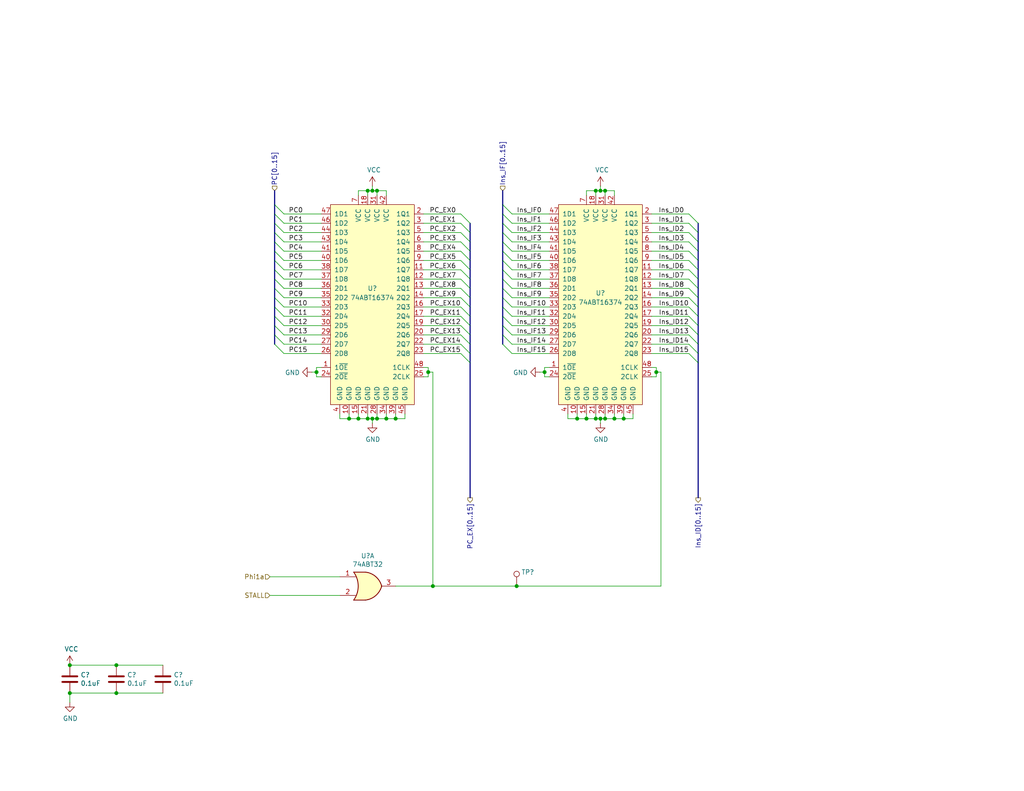
<source format=kicad_sch>
(kicad_sch (version 20250114) (generator "eeschema") (generator_version "9.0")
  (paper "USLetter")
  (title_block (title "IF/ID") (date "2025-07-01") (rev "A") (comment 4 "Interstage pipeline registers between IF and ID"))
  (lib_symbols
    (symbol "Connector:TestPoint" (pin_numbers (hide yes)) (pin_names (offset 0.762) (hide yes))
      (property "Reference" "TP" (at 0 6.858 0))
      (property "Value" "TestPoint" (at 0 5.08 0))
      (symbol "TestPoint_0_1"
        (circle (center 0 3.302) (radius 0.762))
      )
      (symbol "TestPoint_1_1"
        (pin passive line (at 0 0 90) (length 2.54) (name "1") (number "1"))
      )
    )
    (symbol "Device:C" (pin_numbers (hide yes)) (pin_names (offset 0.254))
      (property "Reference" "C" (at 0.635 2.54 0))
      (property "Value" "C" (at 0.635 -2.54 0))
      (symbol "C_0_1"
        (polyline (pts (xy -2.032 0.762) (xy 2.032 0.762)) (stroke (width 0.508)))
        (polyline (pts (xy -2.032 -0.762) (xy 2.032 -0.762)) (stroke (width 0.508)))
      )
      (symbol "C_1_1"
        (pin passive line (at 0 3.81 270) (length 2.794) (name "~") (number "1"))
        (pin passive line (at 0 -3.81 90) (length 2.794) (name "~") (number "2"))
      )
    )
    (symbol "Turtle16:74ABT16374" (pin_names (offset 1.016))
      (symbol "74ABT16374_0_0"
        (pin input line (at -13.97 21.59 0) (length 2.54) (name "1D1") (number "47"))
        (pin input line (at -13.97 19.05 0) (length 2.54) (name "1D2") (number "46"))
        (pin input line (at -13.97 16.51 0) (length 2.54) (name "1D3") (number "44"))
        (pin input line (at -13.97 13.97 0) (length 2.54) (name "1D4") (number "43"))
        (pin input line (at -13.97 11.43 0) (length 2.54) (name "1D5") (number "41"))
        (pin input line (at -13.97 8.89 0) (length 2.54) (name "1D6") (number "40"))
        (pin input line (at -13.97 6.35 0) (length 2.54) (name "1D7") (number "38"))
        (pin input line (at -13.97 3.81 0) (length 2.54) (name "1D8") (number "37"))
        (pin input line (at -13.97 1.27 0) (length 2.54) (name "2D1") (number "36"))
        (pin input line (at -13.97 -1.27 0) (length 2.54) (name "2D2") (number "35"))
        (pin input line (at -13.97 -3.81 0) (length 2.54) (name "2D3") (number "33"))
        (pin input line (at -13.97 -6.35 0) (length 2.54) (name "2D4") (number "32"))
        (pin input line (at -13.97 -8.89 0) (length 2.54) (name "2D5") (number "30"))
        (pin input line (at -13.97 -11.43 0) (length 2.54) (name "2D6") (number "29"))
        (pin input line (at -13.97 -13.97 0) (length 2.54) (name "2D7") (number "27"))
        (pin input line (at -13.97 -16.51 0) (length 2.54) (name "2D8") (number "26"))
        (pin input line (at -13.97 -20.32 0) (length 2.54) (name "1~{OE}") (number "1"))
        (pin input line (at -13.97 -22.86 0) (length 2.54) (name "2~{OE}") (number "24"))
        (pin power_in line (at -8.89 -33.02 90) (length 2.54) (name "GND") (number "4"))
        (pin power_in line (at -6.35 -33.02 90) (length 2.54) (name "GND") (number "10"))
        (pin power_in line (at -3.81 26.67 270) (length 2.54) (name "VCC") (number "7"))
        (pin power_in line (at -3.81 -33.02 90) (length 2.54) (name "GND") (number "15"))
        (pin power_in line (at -1.27 26.67 270) (length 2.54) (name "VCC") (number "18"))
        (pin power_in line (at -1.27 -33.02 90) (length 2.54) (name "GND") (number "21"))
        (pin power_in line (at 1.27 26.67 270) (length 2.54) (name "VCC") (number "31"))
        (pin power_in line (at 1.27 -33.02 90) (length 2.54) (name "GND") (number "28"))
        (pin power_in line (at 3.81 26.67 270) (length 2.54) (name "VCC") (number "42"))
        (pin power_in line (at 3.81 -33.02 90) (length 2.54) (name "GND") (number "34"))
        (pin power_in line (at 6.35 -33.02 90) (length 2.54) (name "GND") (number "39"))
        (pin power_in line (at 8.89 -33.02 90) (length 2.54) (name "GND") (number "45"))
        (pin tri_state line (at 13.97 21.59 180) (length 2.54) (name "1Q1") (number "2"))
        (pin tri_state line (at 13.97 19.05 180) (length 2.54) (name "1Q2") (number "3"))
        (pin tri_state line (at 13.97 16.51 180) (length 2.54) (name "1Q3") (number "5"))
        (pin tri_state line (at 13.97 13.97 180) (length 2.54) (name "1Q4") (number "6"))
        (pin tri_state line (at 13.97 11.43 180) (length 2.54) (name "1Q5") (number "8"))
        (pin tri_state line (at 13.97 8.89 180) (length 2.54) (name "1Q6") (number "9"))
        (pin tri_state line (at 13.97 6.35 180) (length 2.54) (name "1Q7") (number "11"))
        (pin tri_state line (at 13.97 3.81 180) (length 2.54) (name "1Q8") (number "12"))
        (pin tri_state line (at 13.97 1.27 180) (length 2.54) (name "2Q1") (number "13"))
        (pin tri_state line (at 13.97 -1.27 180) (length 2.54) (name "2Q2") (number "14"))
        (pin tri_state line (at 13.97 -3.81 180) (length 2.54) (name "2Q3") (number "16"))
        (pin tri_state line (at 13.97 -6.35 180) (length 2.54) (name "2Q4") (number "17"))
        (pin tri_state line (at 13.97 -8.89 180) (length 2.54) (name "2Q5") (number "19"))
        (pin tri_state line (at 13.97 -11.43 180) (length 2.54) (name "2Q6") (number "20"))
        (pin tri_state line (at 13.97 -13.97 180) (length 2.54) (name "2Q7") (number "22"))
        (pin tri_state line (at 13.97 -16.51 180) (length 2.54) (name "2Q8") (number "23"))
        (pin input line (at 13.97 -20.32 180) (length 2.54) (name "1CLK") (number "48"))
        (pin input line (at 13.97 -22.86 180) (length 2.54) (name "2CLK") (number "25"))
      )
      (symbol "74ABT16374_0_1"
        (rectangle (start -11.43 24.13) (end 11.43 -30.48) (fill (type background)))
      )
    )
    (symbol "Turtle16:74ABT32" (pin_names (offset 1.016))
      (property "Reference" "U" (at 0 1.27 0))
      (property "Value" "74ABT32" (at 0 -1.27 0))
      (symbol "74ABT32_1_1"
        (arc (start -3.81 3.81) (mid -2.589 0) (end -3.81 -3.81) (stroke (width 0.254)))
        (polyline (pts (xy -3.81 3.81) (xy -0.635 3.81)) (stroke (width 0.254)) (fill (type background)))
        (polyline (pts (xy -3.81 -3.81) (xy -0.635 -3.81)) (stroke (width 0.254)) (fill (type background)))
        (arc (start 3.81 0) (mid 2.1855 -2.584) (end -0.6096 -3.81) (stroke (width 0.254)) (fill (type background)))
        (arc (start -0.6096 3.81) (mid 2.1928 2.5924) (end 3.81 0) (stroke (width 0.254)) (fill (type background)))
        (polyline (pts (xy -0.635 3.81) (xy -3.81 3.81) (xy -3.81 3.81) (xy -3.556 3.4036) (xy -3.0226 2.2606) (xy -2.6924 1.0414) (xy -2.6162 -0.254) (xy -2.7686 -1.4986) (xy -3.175 -2.7178) (xy -3.81 -3.81) (xy -3.81 -3.81) (xy -0.635 -3.81)) (stroke (width -25.4)) (fill (type background)))
        (pin input line (at -7.62 2.54 0) (length 4.318) (name "~") (number "1"))
        (pin input line (at -7.62 -2.54 0) (length 4.318) (name "~") (number "2"))
        (pin output line (at 7.62 0 180) (length 3.81) (name "~") (number "3"))
      )
      (symbol "74ABT32_1_2"
        (arc (start 0 3.81) (mid 3.7934 0) (end 0 -3.81) (stroke (width 0.254)) (fill (type background)))
        (polyline (pts (xy 0 3.81) (xy -3.81 3.81) (xy -3.81 -3.81) (xy 0 -3.81)) (stroke (width 0.254)) (fill (type background)))
        (pin input inverted (at -7.62 2.54 0) (length 3.81) (name "~") (number "1"))
        (pin input inverted (at -7.62 -2.54 0) (length 3.81) (name "~") (number "2"))
        (pin output inverted (at 7.62 0 180) (length 3.81) (name "~") (number "3"))
      )
      (symbol "74ABT32_2_1"
        (arc (start -3.81 3.81) (mid -2.589 0) (end -3.81 -3.81) (stroke (width 0.254)))
        (polyline (pts (xy -3.81 3.81) (xy -0.635 3.81)) (stroke (width 0.254)) (fill (type background)))
        (polyline (pts (xy -3.81 -3.81) (xy -0.635 -3.81)) (stroke (width 0.254)) (fill (type background)))
        (arc (start 3.81 0) (mid 2.1855 -2.584) (end -0.6096 -3.81) (stroke (width 0.254)) (fill (type background)))
        (arc (start -0.6096 3.81) (mid 2.1928 2.5924) (end 3.81 0) (stroke (width 0.254)) (fill (type background)))
        (polyline (pts (xy -0.635 3.81) (xy -3.81 3.81) (xy -3.81 3.81) (xy -3.556 3.4036) (xy -3.0226 2.2606) (xy -2.6924 1.0414) (xy -2.6162 -0.254) (xy -2.7686 -1.4986) (xy -3.175 -2.7178) (xy -3.81 -3.81) (xy -3.81 -3.81) (xy -0.635 -3.81)) (stroke (width -25.4)) (fill (type background)))
        (pin input line (at -7.62 2.54 0) (length 4.318) (name "~") (number "4"))
        (pin input line (at -7.62 -2.54 0) (length 4.318) (name "~") (number "5"))
        (pin output line (at 7.62 0 180) (length 3.81) (name "~") (number "6"))
      )
      (symbol "74ABT32_2_2"
        (arc (start 0 3.81) (mid 3.7934 0) (end 0 -3.81) (stroke (width 0.254)) (fill (type background)))
        (polyline (pts (xy 0 3.81) (xy -3.81 3.81) (xy -3.81 -3.81) (xy 0 -3.81)) (stroke (width 0.254)) (fill (type background)))
        (pin input inverted (at -7.62 2.54 0) (length 3.81) (name "~") (number "4"))
        (pin input inverted (at -7.62 -2.54 0) (length 3.81) (name "~") (number "5"))
        (pin output inverted (at 7.62 0 180) (length 3.81) (name "~") (number "6"))
      )
      (symbol "74ABT32_3_1"
        (arc (start -3.81 3.81) (mid -2.589 0) (end -3.81 -3.81) (stroke (width 0.254)))
        (polyline (pts (xy -3.81 3.81) (xy -0.635 3.81)) (stroke (width 0.254)) (fill (type background)))
        (polyline (pts (xy -3.81 -3.81) (xy -0.635 -3.81)) (stroke (width 0.254)) (fill (type background)))
        (arc (start 3.81 0) (mid 2.1855 -2.584) (end -0.6096 -3.81) (stroke (width 0.254)) (fill (type background)))
        (arc (start -0.6096 3.81) (mid 2.1928 2.5924) (end 3.81 0) (stroke (width 0.254)) (fill (type background)))
        (polyline (pts (xy -0.635 3.81) (xy -3.81 3.81) (xy -3.81 3.81) (xy -3.556 3.4036) (xy -3.0226 2.2606) (xy -2.6924 1.0414) (xy -2.6162 -0.254) (xy -2.7686 -1.4986) (xy -3.175 -2.7178) (xy -3.81 -3.81) (xy -3.81 -3.81) (xy -0.635 -3.81)) (stroke (width -25.4)) (fill (type background)))
        (pin input line (at -7.62 2.54 0) (length 4.318) (name "~") (number "9"))
        (pin input line (at -7.62 -2.54 0) (length 4.318) (name "~") (number "10"))
        (pin output line (at 7.62 0 180) (length 3.81) (name "~") (number "8"))
      )
      (symbol "74ABT32_3_2"
        (arc (start 0 3.81) (mid 3.7934 0) (end 0 -3.81) (stroke (width 0.254)) (fill (type background)))
        (polyline (pts (xy 0 3.81) (xy -3.81 3.81) (xy -3.81 -3.81) (xy 0 -3.81)) (stroke (width 0.254)) (fill (type background)))
        (pin input inverted (at -7.62 2.54 0) (length 3.81) (name "~") (number "9"))
        (pin input inverted (at -7.62 -2.54 0) (length 3.81) (name "~") (number "10"))
        (pin output inverted (at 7.62 0 180) (length 3.81) (name "~") (number "8"))
      )
      (symbol "74ABT32_4_1"
        (arc (start -3.81 3.81) (mid -2.589 0) (end -3.81 -3.81) (stroke (width 0.254)))
        (polyline (pts (xy -3.81 3.81) (xy -0.635 3.81)) (stroke (width 0.254)) (fill (type background)))
        (polyline (pts (xy -3.81 -3.81) (xy -0.635 -3.81)) (stroke (width 0.254)) (fill (type background)))
        (arc (start 3.81 0) (mid 2.1855 -2.584) (end -0.6096 -3.81) (stroke (width 0.254)) (fill (type background)))
        (arc (start -0.6096 3.81) (mid 2.1928 2.5924) (end 3.81 0) (stroke (width 0.254)) (fill (type background)))
        (polyline (pts (xy -0.635 3.81) (xy -3.81 3.81) (xy -3.81 3.81) (xy -3.556 3.4036) (xy -3.0226 2.2606) (xy -2.6924 1.0414) (xy -2.6162 -0.254) (xy -2.7686 -1.4986) (xy -3.175 -2.7178) (xy -3.81 -3.81) (xy -3.81 -3.81) (xy -0.635 -3.81)) (stroke (width -25.4)) (fill (type background)))
        (pin input line (at -7.62 2.54 0) (length 4.318) (name "~") (number "12"))
        (pin input line (at -7.62 -2.54 0) (length 4.318) (name "~") (number "13"))
        (pin output line (at 7.62 0 180) (length 3.81) (name "~") (number "11"))
      )
      (symbol "74ABT32_4_2"
        (arc (start 0 3.81) (mid 3.7934 0) (end 0 -3.81) (stroke (width 0.254)) (fill (type background)))
        (polyline (pts (xy 0 3.81) (xy -3.81 3.81) (xy -3.81 -3.81) (xy 0 -3.81)) (stroke (width 0.254)) (fill (type background)))
        (pin input inverted (at -7.62 2.54 0) (length 3.81) (name "~") (number "12"))
        (pin input inverted (at -7.62 -2.54 0) (length 3.81) (name "~") (number "13"))
        (pin output inverted (at 7.62 0 180) (length 3.81) (name "~") (number "11"))
      )
      (symbol "74ABT32_5_0"
        (pin power_in line (at 0 12.7 270) (length 5.08) (name "VCC") (number "14"))
        (pin power_in line (at 0 -12.7 90) (length 5.08) (name "GND") (number "7"))
      )
      (symbol "74ABT32_5_1"
        (rectangle (start -5.08 7.62) (end 5.08 -7.62) (stroke (width 0.254)) (fill (type background)))
      )
    )
    (symbol "power:GND" (power) (pin_numbers (hide yes)) (pin_names (offset 0) (hide yes))
      (property "Value" "GND" (at 0 -3.81 0))
      (symbol "GND_0_1"
        (polyline (pts (xy 0 0) (xy 0 -1.27) (xy 1.27 -1.27) (xy 0 -2.54) (xy -1.27 -1.27) (xy 0 -1.27)))
      )
      (symbol "GND_1_1"
        (pin power_in line (at 0 0 270) (length 0) (name "~") (number "1"))
      )
    )
    (symbol "power:VCC" (power) (pin_numbers (hide yes)) (pin_names (offset 0) (hide yes))
      (property "Value" "VCC" (at 0 3.556 0))
      (symbol "VCC_0_1"
        (polyline (pts (xy -0.762 1.27) (xy 0 2.54)))
        (polyline (pts (xy 0 2.54) (xy 0.762 1.27)))
        (polyline (pts (xy 0 0) (xy 0 2.54)))
      )
      (symbol "VCC_1_1"
        (pin power_in line (at 0 0 90) (length 0) (name "~") (number "1"))
      )
    )
  )
  (junction (at 163.83 52.07))
  (junction (at 95.25 114.3))
  (junction (at 157.48 114.3))
  (junction (at 102.87 114.3))
  (junction (at 170.18 114.3))
  (junction (at 100.33 52.07))
  (junction (at 116.84 101.6))
  (junction (at 118.11 160.02))
  (junction (at 102.87 52.07))
  (junction (at 105.41 114.3))
  (junction (at 165.1 52.07))
  (junction (at 163.83 114.3))
  (junction (at 179.07 101.6))
  (junction (at 165.1 114.3))
  (junction (at 86.36 101.6))
  (junction (at 101.6 114.3))
  (junction (at 140.97 160.02))
  (junction (at 148.59 101.6))
  (junction (at 160.02 114.3))
  (junction (at 97.79 114.3))
  (junction (at 162.56 114.3))
  (junction (at 107.95 114.3))
  (junction (at 31.75 189.23))
  (junction (at 162.56 52.07))
  (junction (at 19.05 189.23))
  (junction (at 101.6 52.07))
  (junction (at 100.33 114.3))
  (junction (at 19.05 181.61))
  (junction (at 31.75 181.61))
  (junction (at 167.64 114.3))
  (bus_entry (at 74.93 68.58) (size 2.54 2.54))
  (bus_entry (at 125.73 88.9) (size 2.54 2.54))
  (bus_entry (at 137.16 63.5) (size 2.54 2.54))
  (bus_entry (at 74.93 86.36) (size 2.54 2.54))
  (bus_entry (at 137.16 76.2) (size 2.54 2.54))
  (bus_entry (at 74.93 63.5) (size 2.54 2.54))
  (bus_entry (at 125.73 66.04) (size 2.54 2.54))
  (bus_entry (at 74.93 93.98) (size 2.54 2.54))
  (bus_entry (at 74.93 66.04) (size 2.54 2.54))
  (bus_entry (at 137.16 71.12) (size 2.54 2.54))
  (bus_entry (at 74.93 55.88) (size 2.54 2.54))
  (bus_entry (at 187.96 63.5) (size 2.54 2.54))
  (bus_entry (at 187.96 78.74) (size 2.54 2.54))
  (bus_entry (at 125.73 73.66) (size 2.54 2.54))
  (bus_entry (at 187.96 68.58) (size 2.54 2.54))
  (bus_entry (at 125.73 96.52) (size 2.54 2.54))
  (bus_entry (at 125.73 58.42) (size 2.54 2.54))
  (bus_entry (at 137.16 81.28) (size 2.54 2.54))
  (bus_entry (at 187.96 93.98) (size 2.54 2.54))
  (bus_entry (at 125.73 91.44) (size 2.54 2.54))
  (bus_entry (at 137.16 55.88) (size 2.54 2.54))
  (bus_entry (at 125.73 71.12) (size 2.54 2.54))
  (bus_entry (at 137.16 60.96) (size 2.54 2.54))
  (bus_entry (at 74.93 58.42) (size 2.54 2.54))
  (bus_entry (at 137.16 83.82) (size 2.54 2.54))
  (bus_entry (at 125.73 76.2) (size 2.54 2.54))
  (bus_entry (at 125.73 78.74) (size 2.54 2.54))
  (bus_entry (at 125.73 81.28) (size 2.54 2.54))
  (bus_entry (at 137.16 66.04) (size 2.54 2.54))
  (bus_entry (at 74.93 60.96) (size 2.54 2.54))
  (bus_entry (at 137.16 88.9) (size 2.54 2.54))
  (bus_entry (at 74.93 91.44) (size 2.54 2.54))
  (bus_entry (at 187.96 66.04) (size 2.54 2.54))
  (bus_entry (at 137.16 91.44) (size 2.54 2.54))
  (bus_entry (at 125.73 68.58) (size 2.54 2.54))
  (bus_entry (at 187.96 96.52) (size 2.54 2.54))
  (bus_entry (at 187.96 58.42) (size 2.54 2.54))
  (bus_entry (at 137.16 58.42) (size 2.54 2.54))
  (bus_entry (at 137.16 73.66) (size 2.54 2.54))
  (bus_entry (at 187.96 86.36) (size 2.54 2.54))
  (bus_entry (at 187.96 71.12) (size 2.54 2.54))
  (bus_entry (at 74.93 81.28) (size 2.54 2.54))
  (bus_entry (at 74.93 73.66) (size 2.54 2.54))
  (bus_entry (at 137.16 78.74) (size 2.54 2.54))
  (bus_entry (at 187.96 88.9) (size 2.54 2.54))
  (bus_entry (at 74.93 76.2) (size 2.54 2.54))
  (bus_entry (at 187.96 91.44) (size 2.54 2.54))
  (bus_entry (at 137.16 68.58) (size 2.54 2.54))
  (bus_entry (at 187.96 76.2) (size 2.54 2.54))
  (bus_entry (at 74.93 78.74) (size 2.54 2.54))
  (bus_entry (at 74.93 88.9) (size 2.54 2.54))
  (bus_entry (at 137.16 86.36) (size 2.54 2.54))
  (bus_entry (at 187.96 73.66) (size 2.54 2.54))
  (bus_entry (at 137.16 93.98) (size 2.54 2.54))
  (bus_entry (at 125.73 93.98) (size 2.54 2.54))
  (bus_entry (at 74.93 71.12) (size 2.54 2.54))
  (bus_entry (at 187.96 81.28) (size 2.54 2.54))
  (bus_entry (at 125.73 63.5) (size 2.54 2.54))
  (bus_entry (at 125.73 83.82) (size 2.54 2.54))
  (bus_entry (at 125.73 60.96) (size 2.54 2.54))
  (bus_entry (at 187.96 83.82) (size 2.54 2.54))
  (bus_entry (at 74.93 83.82) (size 2.54 2.54))
  (bus_entry (at 125.73 86.36) (size 2.54 2.54))
  (bus_entry (at 187.96 60.96) (size 2.54 2.54))
  (wire (pts (xy 139.7 66.04) (xy 149.86 66.04)))
  (wire (pts (xy 187.96 93.98) (xy 177.8 93.98)))
  (wire (pts (xy 139.7 73.66) (xy 149.86 73.66)))
  (wire (pts (xy 187.96 68.58) (xy 177.8 68.58)))
  (wire (pts (xy 179.07 101.6) (xy 180.34 101.6)))
  (bus (pts (xy 74.93 91.44) (xy 74.93 93.98)))
  (bus (pts (xy 128.27 73.66) (xy 128.27 76.2)))
  (wire (pts (xy 160.02 113.03) (xy 160.02 114.3)))
  (wire (pts (xy 125.73 60.96) (xy 115.57 60.96)))
  (wire (pts (xy 187.96 88.9) (xy 177.8 88.9)))
  (wire (pts (xy 101.6 114.3) (xy 102.87 114.3)))
  (bus (pts (xy 137.16 76.2) (xy 137.16 78.74)))
  (bus (pts (xy 128.27 83.82) (xy 128.27 86.36)))
  (wire (pts (xy 187.96 58.42) (xy 177.8 58.42)))
  (wire (pts (xy 100.33 113.03) (xy 100.33 114.3)))
  (bus (pts (xy 74.93 66.04) (xy 74.93 68.58)))
  (wire (pts (xy 97.79 113.03) (xy 97.79 114.3)))
  (wire (pts (xy 31.75 189.23) (xy 19.05 189.23)))
  (bus (pts (xy 190.5 68.58) (xy 190.5 71.12)))
  (wire (pts (xy 187.96 83.82) (xy 177.8 83.82)))
  (bus (pts (xy 137.16 52.07) (xy 137.16 55.88)))
  (bus (pts (xy 137.16 63.5) (xy 137.16 66.04)))
  (wire (pts (xy 139.7 76.2) (xy 149.86 76.2)))
  (wire (pts (xy 165.1 113.03) (xy 165.1 114.3)))
  (bus (pts (xy 137.16 66.04) (xy 137.16 68.58)))
  (bus (pts (xy 74.93 68.58) (xy 74.93 71.12)))
  (bus (pts (xy 190.5 78.74) (xy 190.5 81.28)))
  (bus (pts (xy 190.5 71.12) (xy 190.5 73.66)))
  (wire (pts (xy 163.83 114.3) (xy 163.83 115.57)))
  (wire (pts (xy 77.47 60.96) (xy 87.63 60.96)))
  (wire (pts (xy 77.47 68.58) (xy 87.63 68.58)))
  (wire (pts (xy 187.96 81.28) (xy 177.8 81.28)))
  (bus (pts (xy 137.16 58.42) (xy 137.16 60.96)))
  (bus (pts (xy 137.16 55.88) (xy 137.16 58.42)))
  (wire (pts (xy 157.48 114.3) (xy 160.02 114.3)))
  (wire (pts (xy 125.73 96.52) (xy 115.57 96.52)))
  (wire (pts (xy 77.47 86.36) (xy 87.63 86.36)))
  (wire (pts (xy 105.41 114.3) (xy 107.95 114.3)))
  (bus (pts (xy 74.93 55.88) (xy 74.93 58.42)))
  (bus (pts (xy 74.93 71.12) (xy 74.93 73.66)))
  (wire (pts (xy 157.48 113.03) (xy 157.48 114.3)))
  (wire (pts (xy 148.59 100.33) (xy 148.59 101.6)))
  (wire (pts (xy 179.07 101.6) (xy 179.07 102.87)))
  (wire (pts (xy 148.59 101.6) (xy 147.32 101.6)))
  (wire (pts (xy 102.87 114.3) (xy 105.41 114.3)))
  (wire (pts (xy 163.83 114.3) (xy 165.1 114.3)))
  (wire (pts (xy 125.73 78.74) (xy 115.57 78.74)))
  (wire (pts (xy 125.73 93.98) (xy 115.57 93.98)))
  (bus (pts (xy 190.5 93.98) (xy 190.5 96.52)))
  (wire (pts (xy 160.02 52.07) (xy 162.56 52.07)))
  (bus (pts (xy 128.27 78.74) (xy 128.27 81.28)))
  (wire (pts (xy 77.47 66.04) (xy 87.63 66.04)))
  (wire (pts (xy 165.1 52.07) (xy 167.64 52.07)))
  (wire (pts (xy 92.71 114.3) (xy 95.25 114.3)))
  (wire (pts (xy 139.7 83.82) (xy 149.86 83.82)))
  (wire (pts (xy 116.84 100.33) (xy 116.84 101.6)))
  (bus (pts (xy 137.16 83.82) (xy 137.16 86.36)))
  (wire (pts (xy 187.96 63.5) (xy 177.8 63.5)))
  (wire (pts (xy 92.71 162.56) (xy 73.66 162.56)))
  (bus (pts (xy 74.93 63.5) (xy 74.93 66.04)))
  (bus (pts (xy 137.16 71.12) (xy 137.16 73.66)))
  (wire (pts (xy 77.47 78.74) (xy 87.63 78.74)))
  (wire (pts (xy 139.7 68.58) (xy 149.86 68.58)))
  (bus (pts (xy 128.27 96.52) (xy 128.27 99.06)))
  (wire (pts (xy 97.79 53.34) (xy 97.79 52.07)))
  (bus (pts (xy 137.16 60.96) (xy 137.16 63.5)))
  (wire (pts (xy 116.84 101.6) (xy 118.11 101.6)))
  (wire (pts (xy 163.83 50.8) (xy 163.83 52.07)))
  (wire (pts (xy 163.83 52.07) (xy 165.1 52.07)))
  (wire (pts (xy 100.33 53.34) (xy 100.33 52.07)))
  (bus (pts (xy 74.93 86.36) (xy 74.93 88.9)))
  (wire (pts (xy 100.33 52.07) (xy 101.6 52.07)))
  (wire (pts (xy 77.47 71.12) (xy 87.63 71.12)))
  (wire (pts (xy 31.75 181.61) (xy 44.45 181.61)))
  (bus (pts (xy 137.16 73.66) (xy 137.16 76.2)))
  (wire (pts (xy 125.73 81.28) (xy 115.57 81.28)))
  (bus (pts (xy 74.93 88.9) (xy 74.93 91.44)))
  (wire (pts (xy 139.7 58.42) (xy 149.86 58.42)))
  (wire (pts (xy 125.73 88.9) (xy 115.57 88.9)))
  (wire (pts (xy 110.49 114.3) (xy 110.49 113.03)))
  (bus (pts (xy 74.93 58.42) (xy 74.93 60.96)))
  (wire (pts (xy 77.47 58.42) (xy 87.63 58.42)))
  (wire (pts (xy 165.1 53.34) (xy 165.1 52.07)))
  (wire (pts (xy 149.86 100.33) (xy 148.59 100.33)))
  (bus (pts (xy 128.27 60.96) (xy 128.27 63.5)))
  (wire (pts (xy 125.73 58.42) (xy 115.57 58.42)))
  (bus (pts (xy 74.93 78.74) (xy 74.93 81.28)))
  (wire (pts (xy 187.96 96.52) (xy 177.8 96.52)))
  (wire (pts (xy 77.47 83.82) (xy 87.63 83.82)))
  (bus (pts (xy 190.5 73.66) (xy 190.5 76.2)))
  (wire (pts (xy 101.6 50.8) (xy 101.6 52.07)))
  (wire (pts (xy 139.7 81.28) (xy 149.86 81.28)))
  (wire (pts (xy 97.79 114.3) (xy 100.33 114.3)))
  (bus (pts (xy 190.5 91.44) (xy 190.5 93.98)))
  (bus (pts (xy 128.27 71.12) (xy 128.27 73.66)))
  (bus (pts (xy 128.27 86.36) (xy 128.27 88.9)))
  (bus (pts (xy 190.5 88.9) (xy 190.5 91.44)))
  (wire (pts (xy 77.47 81.28) (xy 87.63 81.28)))
  (wire (pts (xy 140.97 160.02) (xy 180.34 160.02)))
  (wire (pts (xy 100.33 114.3) (xy 101.6 114.3)))
  (wire (pts (xy 139.7 86.36) (xy 149.86 86.36)))
  (bus (pts (xy 128.27 99.06) (xy 128.27 135.89)))
  (wire (pts (xy 139.7 91.44) (xy 149.86 91.44)))
  (wire (pts (xy 101.6 114.3) (xy 101.6 115.57)))
  (bus (pts (xy 190.5 76.2) (xy 190.5 78.74)))
  (wire (pts (xy 148.59 102.87) (xy 149.86 102.87)))
  (wire (pts (xy 162.56 114.3) (xy 163.83 114.3)))
  (wire (pts (xy 125.73 86.36) (xy 115.57 86.36)))
  (wire (pts (xy 170.18 114.3) (xy 172.72 114.3)))
  (wire (pts (xy 125.73 66.04) (xy 115.57 66.04)))
  (wire (pts (xy 187.96 71.12) (xy 177.8 71.12)))
  (wire (pts (xy 86.36 102.87) (xy 87.63 102.87)))
  (wire (pts (xy 86.36 100.33) (xy 86.36 101.6)))
  (wire (pts (xy 139.7 96.52) (xy 149.86 96.52)))
  (wire (pts (xy 187.96 76.2) (xy 177.8 76.2)))
  (wire (pts (xy 154.94 113.03) (xy 154.94 114.3)))
  (bus (pts (xy 137.16 81.28) (xy 137.16 83.82)))
  (wire (pts (xy 139.7 88.9) (xy 149.86 88.9)))
  (bus (pts (xy 137.16 88.9) (xy 137.16 91.44)))
  (wire (pts (xy 125.73 63.5) (xy 115.57 63.5)))
  (wire (pts (xy 167.64 113.03) (xy 167.64 114.3)))
  (wire (pts (xy 77.47 76.2) (xy 87.63 76.2)))
  (wire (pts (xy 187.96 86.36) (xy 177.8 86.36)))
  (wire (pts (xy 86.36 101.6) (xy 86.36 102.87)))
  (wire (pts (xy 125.73 68.58) (xy 115.57 68.58)))
  (wire (pts (xy 187.96 66.04) (xy 177.8 66.04)))
  (wire (pts (xy 77.47 96.52) (xy 87.63 96.52)))
  (wire (pts (xy 167.64 114.3) (xy 170.18 114.3)))
  (bus (pts (xy 128.27 93.98) (xy 128.27 96.52)))
  (wire (pts (xy 118.11 160.02) (xy 140.97 160.02)))
  (wire (pts (xy 97.79 52.07) (xy 100.33 52.07)))
  (bus (pts (xy 137.16 68.58) (xy 137.16 71.12)))
  (wire (pts (xy 180.34 160.02) (xy 180.34 101.6)))
  (wire (pts (xy 92.71 113.03) (xy 92.71 114.3)))
  (wire (pts (xy 95.25 113.03) (xy 95.25 114.3)))
  (bus (pts (xy 190.5 63.5) (xy 190.5 66.04)))
  (bus (pts (xy 190.5 81.28) (xy 190.5 83.82)))
  (wire (pts (xy 125.73 76.2) (xy 115.57 76.2)))
  (wire (pts (xy 139.7 93.98) (xy 149.86 93.98)))
  (wire (pts (xy 77.47 91.44) (xy 87.63 91.44)))
  (bus (pts (xy 74.93 73.66) (xy 74.93 76.2)))
  (bus (pts (xy 190.5 86.36) (xy 190.5 88.9)))
  (bus (pts (xy 190.5 60.96) (xy 190.5 63.5)))
  (wire (pts (xy 101.6 52.07) (xy 102.87 52.07)))
  (wire (pts (xy 92.71 157.48) (xy 73.66 157.48)))
  (wire (pts (xy 125.73 83.82) (xy 115.57 83.82)))
  (bus (pts (xy 128.27 81.28) (xy 128.27 83.82)))
  (wire (pts (xy 115.57 100.33) (xy 116.84 100.33)))
  (wire (pts (xy 179.07 102.87) (xy 177.8 102.87)))
  (wire (pts (xy 77.47 63.5) (xy 87.63 63.5)))
  (bus (pts (xy 128.27 76.2) (xy 128.27 78.74)))
  (bus (pts (xy 128.27 66.04) (xy 128.27 68.58)))
  (wire (pts (xy 187.96 91.44) (xy 177.8 91.44)))
  (bus (pts (xy 190.5 66.04) (xy 190.5 68.58)))
  (wire (pts (xy 102.87 52.07) (xy 105.41 52.07)))
  (wire (pts (xy 125.73 91.44) (xy 115.57 91.44)))
  (wire (pts (xy 107.95 114.3) (xy 110.49 114.3)))
  (wire (pts (xy 107.95 113.03) (xy 107.95 114.3)))
  (bus (pts (xy 137.16 91.44) (xy 137.16 93.98)))
  (wire (pts (xy 139.7 71.12) (xy 149.86 71.12)))
  (wire (pts (xy 172.72 114.3) (xy 172.72 113.03)))
  (wire (pts (xy 187.96 73.66) (xy 177.8 73.66)))
  (wire (pts (xy 19.05 181.61) (xy 31.75 181.61)))
  (wire (pts (xy 77.47 88.9) (xy 87.63 88.9)))
  (wire (pts (xy 86.36 101.6) (xy 85.09 101.6)))
  (bus (pts (xy 190.5 83.82) (xy 190.5 86.36)))
  (bus (pts (xy 128.27 91.44) (xy 128.27 93.98)))
  (bus (pts (xy 137.16 86.36) (xy 137.16 88.9)))
  (wire (pts (xy 148.59 101.6) (xy 148.59 102.87)))
  (wire (pts (xy 167.64 52.07) (xy 167.64 53.34)))
  (wire (pts (xy 118.11 160.02) (xy 107.95 160.02)))
  (wire (pts (xy 187.96 78.74) (xy 177.8 78.74)))
  (wire (pts (xy 125.73 71.12) (xy 115.57 71.12)))
  (wire (pts (xy 77.47 93.98) (xy 87.63 93.98)))
  (wire (pts (xy 139.7 60.96) (xy 149.86 60.96)))
  (wire (pts (xy 95.25 114.3) (xy 97.79 114.3)))
  (wire (pts (xy 160.02 114.3) (xy 162.56 114.3)))
  (wire (pts (xy 179.07 100.33) (xy 179.07 101.6)))
  (wire (pts (xy 187.96 60.96) (xy 177.8 60.96)))
  (wire (pts (xy 139.7 78.74) (xy 149.86 78.74)))
  (bus (pts (xy 137.16 78.74) (xy 137.16 81.28)))
  (bus (pts (xy 74.93 81.28) (xy 74.93 83.82)))
  (wire (pts (xy 102.87 53.34) (xy 102.87 52.07)))
  (wire (pts (xy 139.7 63.5) (xy 149.86 63.5)))
  (wire (pts (xy 160.02 53.34) (xy 160.02 52.07)))
  (wire (pts (xy 162.56 53.34) (xy 162.56 52.07)))
  (bus (pts (xy 128.27 63.5) (xy 128.27 66.04)))
  (wire (pts (xy 165.1 114.3) (xy 167.64 114.3)))
  (bus (pts (xy 128.27 88.9) (xy 128.27 91.44)))
  (wire (pts (xy 87.63 100.33) (xy 86.36 100.33)))
  (wire (pts (xy 162.56 113.03) (xy 162.56 114.3)))
  (bus (pts (xy 190.5 96.52) (xy 190.5 99.06)))
  (bus (pts (xy 74.93 52.07) (xy 74.93 55.88)))
  (bus (pts (xy 190.5 99.06) (xy 190.5 135.89)))
  (bus (pts (xy 74.93 60.96) (xy 74.93 63.5)))
  (wire (pts (xy 125.73 73.66) (xy 115.57 73.66)))
  (wire (pts (xy 105.41 52.07) (xy 105.41 53.34)))
  (wire (pts (xy 170.18 113.03) (xy 170.18 114.3)))
  (wire (pts (xy 177.8 100.33) (xy 179.07 100.33)))
  (wire (pts (xy 162.56 52.07) (xy 163.83 52.07)))
  (bus (pts (xy 74.93 83.82) (xy 74.93 86.36)))
  (wire (pts (xy 19.05 191.77) (xy 19.05 189.23)))
  (wire (pts (xy 116.84 101.6) (xy 116.84 102.87)))
  (wire (pts (xy 118.11 101.6) (xy 118.11 160.02)))
  (bus (pts (xy 128.27 68.58) (xy 128.27 71.12)))
  (wire (pts (xy 116.84 102.87) (xy 115.57 102.87)))
  (wire (pts (xy 44.45 189.23) (xy 31.75 189.23)))
  (wire (pts (xy 102.87 113.03) (xy 102.87 114.3)))
  (wire (pts (xy 105.41 113.03) (xy 105.41 114.3)))
  (wire (pts (xy 154.94 114.3) (xy 157.48 114.3)))
  (wire (pts (xy 77.47 73.66) (xy 87.63 73.66)))
  (bus (pts (xy 74.93 76.2) (xy 74.93 78.74)))
  (label "Ins_IF3" (at 140.97 66.04 0))
  (label "Ins_IF4" (at 140.97 68.58 0))
  (label "PC_EX1" (at 124.46 60.96 180))
  (label "Ins_ID3" (at 186.69 66.04 180))
  (label "PC_EX13" (at 125.73 91.44 180))
  (label "PC6" (at 78.74 73.66 0))
  (label "PC_EX7" (at 124.46 76.2 180))
  (label "PC_EX8" (at 124.46 78.74 180))
  (label "PC_EX5" (at 124.46 71.12 180))
  (label "PC10" (at 78.74 83.82 0))
  (label "Ins_ID0" (at 186.69 58.42 180))
  (label "Ins_IF9" (at 140.97 81.28 0))
  (label "Ins_IF1" (at 140.97 60.96 0))
  (label "PC_EX2" (at 124.46 63.5 180))
  (label "Ins_IF8" (at 140.97 78.74 0))
  (label "Ins_ID6" (at 186.69 73.66 180))
  (label "PC_EX15" (at 125.73 96.52 180))
  (label "PC_EX12" (at 125.73 88.9 180))
  (label "PC13" (at 78.74 91.44 0))
  (label "PC_EX6" (at 124.46 73.66 180))
  (label "Ins_ID2" (at 186.69 63.5 180))
  (label "PC9" (at 78.74 81.28 0))
  (label "PC3" (at 78.74 66.04 0))
  (label "Ins_IF13" (at 140.97 91.44 0))
  (label "PC12" (at 78.74 88.9 0))
  (label "Ins_ID15" (at 187.96 96.52 180))
  (label "PC8" (at 78.74 78.74 0))
  (label "Ins_ID11" (at 187.96 86.36 180))
  (label "PC2" (at 78.74 63.5 0))
  (label "Ins_ID9" (at 186.69 81.28 180))
  (label "Ins_ID7" (at 186.69 76.2 180))
  (label "Ins_IF6" (at 140.97 73.66 0))
  (label "Ins_IF12" (at 140.97 88.9 0))
  (label "PC11" (at 78.74 86.36 0))
  (label "PC7" (at 78.74 76.2 0))
  (label "PC0" (at 78.74 58.42 0))
  (label "Ins_ID14" (at 187.96 93.98 180))
  (label "PC1" (at 78.74 60.96 0))
  (label "Ins_ID10" (at 187.96 83.82 180))
  (label "PC_EX4" (at 124.46 68.58 180))
  (label "Ins_IF11" (at 140.97 86.36 0))
  (label "Ins_ID5" (at 186.69 71.12 180))
  (label "Ins_IF14" (at 140.97 93.98 0))
  (label "Ins_ID13" (at 187.96 91.44 180))
  (label "Ins_IF5" (at 140.97 71.12 0))
  (label "PC_EX9" (at 124.46 81.28 180))
  (label "PC4" (at 78.74 68.58 0))
  (label "Ins_ID4" (at 186.69 68.58 180))
  (label "PC_EX14" (at 125.73 93.98 180))
  (label "Ins_IF15" (at 140.97 96.52 0))
  (label "Ins_IF2" (at 140.97 63.5 0))
  (label "Ins_IF0" (at 140.97 58.42 0))
  (label "Ins_IF7" (at 140.97 76.2 0))
  (label "PC_EX10" (at 125.73 83.82 180))
  (label "Ins_IF10" (at 140.97 83.82 0))
  (label "PC14" (at 78.74 93.98 0))
  (label "Ins_ID8" (at 186.69 78.74 180))
  (label "PC15" (at 78.74 96.52 0))
  (label "PC5" (at 78.74 71.12 0))
  (label "Ins_ID1" (at 186.69 60.96 180))
  (label "Ins_ID12" (at 187.96 88.9 180))
  (label "PC_EX3" (at 124.46 66.04 180))
  (label "PC_EX11" (at 125.73 86.36 180))
  (label "PC_EX0" (at 124.46 58.42 180))
  (hierarchical_label "Ins_IF[0..15]" (shape input) (at 137.16 52.07 90))
  (hierarchical_label "Phi1a" (shape input) (at 73.66 157.48 180))
  (hierarchical_label "STALL" (shape input) (at 73.66 162.56 180))
  (hierarchical_label "PC[0..15]" (shape input) (at 74.93 52.07 90))
  (hierarchical_label "PC_EX[0..15]" (shape output) (at 128.27 135.89 270))
  (hierarchical_label "Ins_ID[0..15]" (shape output) (at 190.5 135.89 270))
  (symbol (lib_id "power:GND") (at 85.09 101.6 270) (unit 1)
    (property "Reference" "#PWR?" (effects (hide yes)))
    (property "Value" "GND" (at 81.8388 101.727 90) (effects (justify right)))
    (property "Description" "Power symbol creates a global label with name \"GND\" , ground" (effects (hide yes)))
  )
  (symbol (lib_id "power:VCC") (at 101.6 50.8 0) (unit 1)
    (property "Reference" "#PWR?" (effects (hide yes)))
    (property "Value" "VCC" (at 102.0318 46.4058 0))
    (property "Description" "Power symbol creates a global label with name \"VCC\"" (effects (hide yes)))
  )
  (symbol (lib_id "Device:C") (at 19.05 185.42 0) (unit 1)
    (property "Reference" "C?" (at 21.971 184.2516 0) (effects (justify left)))
    (property "Value" "0.1uF" (at 21.971 186.563 0) (effects (justify left)))
    (property "Footprint" "Capacitor_SMD:C_0603_1608Metric" (effects (hide yes)))
    (property "Datasheet" "https://www.mouser.com/datasheet/2/396/taiyo_yuden_12132018_mlcc11_hq_e-1510082.pdf" (effects (hide yes)))
    (property "Manufacturer" "Taiyo Yuden" (effects (hide yes)))
    (property "Manufacturer#" "EMK107B7104KAHT" (effects (hide yes)))
    (property "Mouser#" "963-EMK107B7104KAHT" (effects (hide yes)))
    (property "Digikey#" "587-6004-1-ND" (effects (hide yes)))
  )
  (symbol (lib_id "Device:C") (at 31.75 185.42 0) (unit 1)
    (property "Reference" "C?" (at 34.671 184.2516 0) (effects (justify left)))
    (property "Value" "0.1uF" (at 34.671 186.563 0) (effects (justify left)))
    (property "Footprint" "Capacitor_SMD:C_0603_1608Metric" (effects (hide yes)))
    (property "Datasheet" "https://www.mouser.com/datasheet/2/396/taiyo_yuden_12132018_mlcc11_hq_e-1510082.pdf" (effects (hide yes)))
    (property "Manufacturer" "Taiyo Yuden" (effects (hide yes)))
    (property "Manufacturer#" "EMK107B7104KAHT" (effects (hide yes)))
    (property "Mouser#" "963-EMK107B7104KAHT" (effects (hide yes)))
    (property "Digikey#" "587-6004-1-ND" (effects (hide yes)))
  )
  (symbol (lib_id "power:VCC") (at 19.05 181.61 0) (unit 1)
    (property "Reference" "#PWR?" (effects (hide yes)))
    (property "Value" "VCC" (at 19.4818 177.2158 0))
    (property "Description" "Power symbol creates a global label with name \"VCC\"" (effects (hide yes)))
  )
  (symbol (lib_id "power:GND") (at 19.05 191.77 0) (unit 1)
    (property "Reference" "#PWR?" (effects (hide yes)))
    (property "Value" "GND" (at 19.177 196.1642 0))
    (property "Description" "Power symbol creates a global label with name \"GND\" , ground" (effects (hide yes)))
  )
  (symbol (lib_id "power:GND") (at 147.32 101.6 270) (unit 1)
    (property "Reference" "#PWR?" (effects (hide yes)))
    (property "Value" "GND" (at 144.0688 101.727 90) (effects (justify right)))
    (property "Description" "Power symbol creates a global label with name \"GND\" , ground" (effects (hide yes)))
  )
  (symbol (lib_id "power:GND") (at 101.6 115.57 0) (unit 1)
    (property "Reference" "#PWR?" (effects (hide yes)))
    (property "Value" "GND" (at 101.727 119.9642 0))
    (property "Description" "Power symbol creates a global label with name \"GND\" , ground" (effects (hide yes)))
  )
  (symbol (lib_id "Device:C") (at 44.45 185.42 0) (unit 1)
    (property "Reference" "C?" (at 47.371 184.2516 0) (effects (justify left)))
    (property "Value" "0.1uF" (at 47.371 186.563 0) (effects (justify left)))
    (property "Footprint" "Capacitor_SMD:C_0603_1608Metric" (effects (hide yes)))
    (property "Datasheet" "https://www.mouser.com/datasheet/2/396/taiyo_yuden_12132018_mlcc11_hq_e-1510082.pdf" (effects (hide yes)))
    (property "Manufacturer" "Taiyo Yuden" (effects (hide yes)))
    (property "Manufacturer#" "EMK107B7104KAHT" (effects (hide yes)))
    (property "Mouser#" "963-EMK107B7104KAHT" (effects (hide yes)))
    (property "Digikey#" "587-6004-1-ND" (effects (hide yes)))
  )
  (symbol (lib_id "Turtle16:74ABT16374") (at 101.6 80.01 0) (unit 1)
    (property "Reference" "U?" (at 101.6 78.74 0))
    (property "Value" "74ABT16374" (at 101.6 81.28 0))
    (property "Footprint" "Package_SO:TSSOP-48_6.1x12.5mm_P0.5mm" (effects (hide yes)))
    (property "Datasheet" "https://www.ti.com/general/docs/suppproductinfo.tsp?distId=26&gotoUrl=https://www.ti.com/lit/gpn/sn74abt16374a" (effects (hide yes)))
    (property "Manufacturer" "Texas Instruments" (effects (hide yes)))
    (property "Manufacturer#" "SN74ABT16374ADGGR" (effects (hide yes)))
    (property "Mouser#" "595-SNABT16374ADGGR" (effects (hide yes)))
    (property "Digikey#" "296-3900-1-ND" (effects (hide yes)))
  )
  (symbol (lib_id "power:VCC") (at 163.83 50.8 0) (unit 1)
    (property "Reference" "#PWR?" (effects (hide yes)))
    (property "Value" "VCC" (at 164.2618 46.4058 0))
    (property "Description" "Power symbol creates a global label with name \"VCC\"" (effects (hide yes)))
  )
  (symbol (lib_id "power:GND") (at 163.83 115.57 0) (unit 1)
    (property "Reference" "#PWR?" (effects (hide yes)))
    (property "Value" "GND" (at 163.957 119.9642 0))
    (property "Description" "Power symbol creates a global label with name \"GND\" , ground" (effects (hide yes)))
  )
  (symbol (lib_id "Turtle16:74ABT16374") (at 163.83 80.01 0) (unit 1)
    (property "Reference" "U?" (at 163.83 80.01 0))
    (property "Value" "74ABT16374" (at 163.83 82.55 0))
    (property "Footprint" "Package_SO:TSSOP-48_6.1x12.5mm_P0.5mm" (effects (hide yes)))
    (property "Datasheet" "https://www.ti.com/general/docs/suppproductinfo.tsp?distId=26&gotoUrl=https://www.ti.com/lit/gpn/sn74abt16374a" (effects (hide yes)))
    (property "Manufacturer" "Texas Instruments" (effects (hide yes)))
    (property "Manufacturer#" "SN74ABT16374ADGGR" (effects (hide yes)))
    (property "Mouser#" "595-SNABT16374ADGGR" (effects (hide yes)))
    (property "Digikey#" "296-3900-1-ND" (effects (hide yes)))
  )
  (symbol (lib_id "Turtle16:74ABT32") (at 100.33 160.02 0) (unit 1)
    (property "Reference" "U?" (at 100.33 151.765 0))
    (property "Value" "74ABT32" (at 100.33 154.0764 0))
    (property "Footprint" "Package_SO:TSSOP-14_4.4x5mm_P0.65mm" (effects (hide yes)))
    (property "Datasheet" "https://www.mouser.com/datasheet/2/916/74ABT32-2937354.pdf" (effects (hide yes)))
    (property "Manufacturer" "Nexperia" (effects (hide yes)))
    (property "Manufacturer#" "74ABT32PW,118" (effects (hide yes)))
    (property "Mouser#" "771-ABT32PW118" (effects (hide yes)))
    (property "Digikey#" "1727-6509-1-ND" (effects (hide yes)))
  )
  (symbol (lib_id "Connector:TestPoint") (at 140.97 160.02 0) (unit 1) (in_bom no)
    (property "Reference" "TP?" (at 142.24 156.21 0) (effects (justify left)))
    (property "Value" "CLK" (effects (hide yes)))
    (property "Footprint" "TestPoint:TestPoint_Pad_D1.0mm" (effects (hide yes)))
  )
)
</source>
